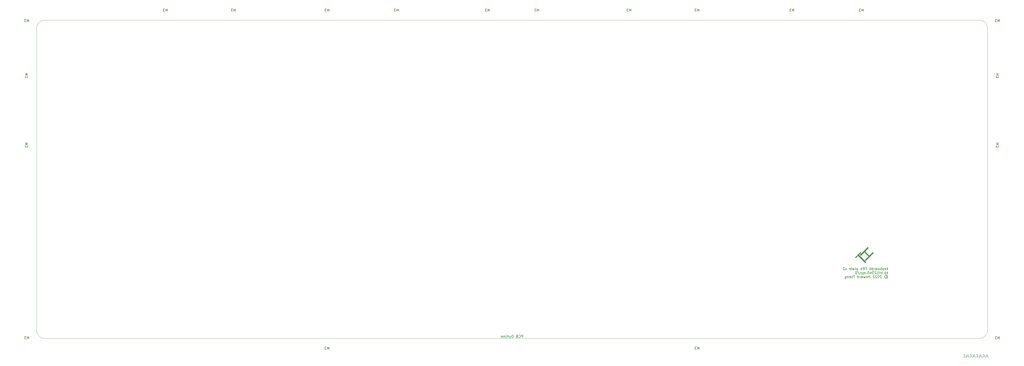
<source format=gbo>
%TF.GenerationSoftware,KiCad,Pcbnew,(6.0.0)*%
%TF.CreationDate,2022-03-06T09:57:41-05:00*%
%TF.ProjectId,custom_keyboard plate v3 - map,63757374-6f6d-45f6-9b65-79626f617264,rev?*%
%TF.SameCoordinates,Original*%
%TF.FileFunction,Legend,Bot*%
%TF.FilePolarity,Positive*%
%FSLAX46Y46*%
G04 Gerber Fmt 4.6, Leading zero omitted, Abs format (unit mm)*
G04 Created by KiCad (PCBNEW (6.0.0)) date 2022-03-06 09:57:41*
%MOMM*%
%LPD*%
G01*
G04 APERTURE LIST*
%ADD10C,0.120000*%
%ADD11C,0.150000*%
%ADD12C,3.200000*%
G04 APERTURE END LIST*
D10*
X397580699Y-207155699D02*
X24541699Y-207155700D01*
X21366899Y-203980900D02*
G75*
G03*
X24541699Y-207155700I3174799J-1D01*
G01*
X400755498Y-83338500D02*
G75*
G03*
X397580698Y-80163700I-3174799J1D01*
G01*
X400755498Y-203980900D02*
X400755498Y-83338500D01*
X397580698Y-80163700D02*
X24541699Y-80163700D01*
X21366899Y-83338500D02*
X21366899Y-203980900D01*
X24541699Y-80163700D02*
G75*
G03*
X21366899Y-83338500I-1J-3174799D01*
G01*
X397580699Y-207155699D02*
G75*
G03*
X400755499Y-203980899I1J3174799D01*
G01*
D11*
X360939104Y-181415381D02*
X360939104Y-180415381D01*
X360843866Y-181034429D02*
X360558152Y-181415381D01*
X360558152Y-180748715D02*
X360939104Y-181129667D01*
X360129580Y-181415381D02*
X360129580Y-180415381D01*
X360129580Y-180796334D02*
X360034342Y-180748715D01*
X359843866Y-180748715D01*
X359748628Y-180796334D01*
X359701009Y-180843953D01*
X359653390Y-180939191D01*
X359653390Y-181224905D01*
X359701009Y-181320143D01*
X359748628Y-181367762D01*
X359843866Y-181415381D01*
X360034342Y-181415381D01*
X360129580Y-181367762D01*
X359224819Y-181320143D02*
X359177200Y-181367762D01*
X359224819Y-181415381D01*
X359272438Y-181367762D01*
X359224819Y-181320143D01*
X359224819Y-181415381D01*
X358748628Y-181415381D02*
X358748628Y-180415381D01*
X358320057Y-181415381D02*
X358320057Y-180891572D01*
X358367676Y-180796334D01*
X358462914Y-180748715D01*
X358605771Y-180748715D01*
X358701009Y-180796334D01*
X358748628Y-180843953D01*
X357986723Y-180748715D02*
X357605771Y-180748715D01*
X357843866Y-180415381D02*
X357843866Y-181272524D01*
X357796247Y-181367762D01*
X357701009Y-181415381D01*
X357605771Y-181415381D01*
X356748628Y-181415381D02*
X357320057Y-181415381D01*
X357034342Y-181415381D02*
X357034342Y-180415381D01*
X357129580Y-180558239D01*
X357224819Y-180653477D01*
X357320057Y-180701096D01*
X356367676Y-180510620D02*
X356320057Y-180463001D01*
X356224819Y-180415381D01*
X355986723Y-180415381D01*
X355891485Y-180463001D01*
X355843866Y-180510620D01*
X355796247Y-180605858D01*
X355796247Y-180701096D01*
X355843866Y-180843953D01*
X356415295Y-181415381D01*
X355796247Y-181415381D01*
X355462914Y-180415381D02*
X354843866Y-180415381D01*
X355177200Y-180796334D01*
X355034342Y-180796334D01*
X354939104Y-180843953D01*
X354891485Y-180891572D01*
X354843866Y-180986810D01*
X354843866Y-181224905D01*
X354891485Y-181320143D01*
X354939104Y-181367762D01*
X355034342Y-181415381D01*
X355320057Y-181415381D01*
X355415295Y-181367762D01*
X355462914Y-181320143D01*
X353986723Y-180748715D02*
X353986723Y-181415381D01*
X354224819Y-180367762D02*
X354462914Y-181082048D01*
X353843866Y-181082048D01*
X352986723Y-180415381D02*
X353462914Y-180415381D01*
X353510533Y-180891572D01*
X353462914Y-180843953D01*
X353367676Y-180796334D01*
X353129580Y-180796334D01*
X353034342Y-180843953D01*
X352986723Y-180891572D01*
X352939104Y-180986810D01*
X352939104Y-181224905D01*
X352986723Y-181320143D01*
X353034342Y-181367762D01*
X353129580Y-181415381D01*
X353367676Y-181415381D01*
X353462914Y-181367762D01*
X353510533Y-181320143D01*
X352510533Y-181320143D02*
X352462914Y-181367762D01*
X352510533Y-181415381D01*
X352558152Y-181367762D01*
X352510533Y-181320143D01*
X352510533Y-181415381D01*
X352129580Y-181415381D02*
X351605771Y-180748715D01*
X352129580Y-180748715D02*
X351605771Y-181415381D01*
X351320057Y-180748715D02*
X351081961Y-181415381D01*
X350843866Y-180748715D02*
X351081961Y-181415381D01*
X351177200Y-181653477D01*
X351224819Y-181701096D01*
X351320057Y-181748715D01*
X350558152Y-180748715D02*
X350034342Y-180748715D01*
X350558152Y-181415381D01*
X350034342Y-181415381D01*
X348939104Y-180367762D02*
X349796247Y-181653477D01*
X348415295Y-180415381D02*
X348320057Y-180415381D01*
X348224819Y-180463001D01*
X348177200Y-180510620D01*
X348129580Y-180605858D01*
X348081961Y-180796334D01*
X348081961Y-181034429D01*
X348129580Y-181224905D01*
X348177200Y-181320143D01*
X348224819Y-181367762D01*
X348320057Y-181415381D01*
X348415295Y-181415381D01*
X348510533Y-181367762D01*
X348558152Y-181320143D01*
X348605771Y-181224905D01*
X348653390Y-181034429D01*
X348653390Y-180796334D01*
X348605771Y-180605858D01*
X348558152Y-180510620D01*
X348510533Y-180463001D01*
X348415295Y-180415381D01*
X360129580Y-182240877D02*
X360224819Y-182193258D01*
X360415295Y-182193258D01*
X360510533Y-182240877D01*
X360605771Y-182336115D01*
X360653390Y-182431353D01*
X360653390Y-182621829D01*
X360605771Y-182717067D01*
X360510533Y-182812305D01*
X360415295Y-182859924D01*
X360224819Y-182859924D01*
X360129580Y-182812305D01*
X360320057Y-181859924D02*
X360558152Y-181907543D01*
X360796247Y-182050401D01*
X360939104Y-182288496D01*
X360986723Y-182526591D01*
X360939104Y-182764686D01*
X360796247Y-183002781D01*
X360558152Y-183145639D01*
X360320057Y-183193258D01*
X360081961Y-183145639D01*
X359843866Y-183002781D01*
X359701009Y-182764686D01*
X359653390Y-182526591D01*
X359701009Y-182288496D01*
X359843866Y-182050401D01*
X360081961Y-181907543D01*
X360320057Y-181859924D01*
X358510533Y-182098020D02*
X358462914Y-182050401D01*
X358367676Y-182002781D01*
X358129580Y-182002781D01*
X358034342Y-182050401D01*
X357986723Y-182098020D01*
X357939104Y-182193258D01*
X357939104Y-182288496D01*
X357986723Y-182431353D01*
X358558152Y-183002781D01*
X357939104Y-183002781D01*
X357320057Y-182002781D02*
X357224819Y-182002781D01*
X357129580Y-182050401D01*
X357081961Y-182098020D01*
X357034342Y-182193258D01*
X356986723Y-182383734D01*
X356986723Y-182621829D01*
X357034342Y-182812305D01*
X357081961Y-182907543D01*
X357129580Y-182955162D01*
X357224819Y-183002781D01*
X357320057Y-183002781D01*
X357415295Y-182955162D01*
X357462914Y-182907543D01*
X357510533Y-182812305D01*
X357558152Y-182621829D01*
X357558152Y-182383734D01*
X357510533Y-182193258D01*
X357462914Y-182098020D01*
X357415295Y-182050401D01*
X357320057Y-182002781D01*
X356605771Y-182098020D02*
X356558152Y-182050401D01*
X356462914Y-182002781D01*
X356224819Y-182002781D01*
X356129580Y-182050401D01*
X356081961Y-182098020D01*
X356034342Y-182193258D01*
X356034342Y-182288496D01*
X356081961Y-182431353D01*
X356653390Y-183002781D01*
X356034342Y-183002781D01*
X355653390Y-182098020D02*
X355605771Y-182050401D01*
X355510533Y-182002781D01*
X355272438Y-182002781D01*
X355177200Y-182050401D01*
X355129580Y-182098020D01*
X355081961Y-182193258D01*
X355081961Y-182288496D01*
X355129580Y-182431353D01*
X355701009Y-183002781D01*
X355081961Y-183002781D01*
X353891485Y-183002781D02*
X353891485Y-182002781D01*
X353891485Y-182478972D02*
X353320057Y-182478972D01*
X353320057Y-183002781D02*
X353320057Y-182002781D01*
X352701009Y-183002781D02*
X352796247Y-182955162D01*
X352843866Y-182907543D01*
X352891485Y-182812305D01*
X352891485Y-182526591D01*
X352843866Y-182431353D01*
X352796247Y-182383734D01*
X352701009Y-182336115D01*
X352558152Y-182336115D01*
X352462914Y-182383734D01*
X352415295Y-182431353D01*
X352367676Y-182526591D01*
X352367676Y-182812305D01*
X352415295Y-182907543D01*
X352462914Y-182955162D01*
X352558152Y-183002781D01*
X352701009Y-183002781D01*
X352034342Y-182336115D02*
X351843866Y-183002781D01*
X351653390Y-182526591D01*
X351462914Y-183002781D01*
X351272438Y-182336115D01*
X350462914Y-183002781D02*
X350462914Y-182478972D01*
X350510533Y-182383734D01*
X350605771Y-182336115D01*
X350796247Y-182336115D01*
X350891485Y-182383734D01*
X350462914Y-182955162D02*
X350558152Y-183002781D01*
X350796247Y-183002781D01*
X350891485Y-182955162D01*
X350939104Y-182859924D01*
X350939104Y-182764686D01*
X350891485Y-182669448D01*
X350796247Y-182621829D01*
X350558152Y-182621829D01*
X350462914Y-182574210D01*
X349986723Y-183002781D02*
X349986723Y-182336115D01*
X349986723Y-182526591D02*
X349939104Y-182431353D01*
X349891485Y-182383734D01*
X349796247Y-182336115D01*
X349701009Y-182336115D01*
X348939104Y-183002781D02*
X348939104Y-182002781D01*
X348939104Y-182955162D02*
X349034342Y-183002781D01*
X349224819Y-183002781D01*
X349320057Y-182955162D01*
X349367676Y-182907543D01*
X349415295Y-182812305D01*
X349415295Y-182526591D01*
X349367676Y-182431353D01*
X349320057Y-182383734D01*
X349224819Y-182336115D01*
X349034342Y-182336115D01*
X348939104Y-182383734D01*
X347843866Y-182002781D02*
X347272438Y-182002781D01*
X347558152Y-183002781D02*
X347558152Y-182002781D01*
X346986723Y-182955162D02*
X346891485Y-183002781D01*
X346701009Y-183002781D01*
X346605771Y-182955162D01*
X346558152Y-182859924D01*
X346558152Y-182812305D01*
X346605771Y-182717067D01*
X346701009Y-182669448D01*
X346843866Y-182669448D01*
X346939104Y-182621829D01*
X346986723Y-182526591D01*
X346986723Y-182478972D01*
X346939104Y-182383734D01*
X346843866Y-182336115D01*
X346701009Y-182336115D01*
X346605771Y-182383734D01*
X345748628Y-182955162D02*
X345843866Y-183002781D01*
X346034342Y-183002781D01*
X346129580Y-182955162D01*
X346177200Y-182859924D01*
X346177200Y-182478972D01*
X346129580Y-182383734D01*
X346034342Y-182336115D01*
X345843866Y-182336115D01*
X345748628Y-182383734D01*
X345701009Y-182478972D01*
X345701009Y-182574210D01*
X346177200Y-182669448D01*
X345272438Y-182336115D02*
X345272438Y-183002781D01*
X345272438Y-182431353D02*
X345224819Y-182383734D01*
X345129580Y-182336115D01*
X344986723Y-182336115D01*
X344891485Y-182383734D01*
X344843866Y-182478972D01*
X344843866Y-183002781D01*
X343939104Y-182336115D02*
X343939104Y-183145639D01*
X343986723Y-183240877D01*
X344034342Y-183288496D01*
X344129580Y-183336115D01*
X344272438Y-183336115D01*
X344367676Y-183288496D01*
X343939104Y-182955162D02*
X344034342Y-183002781D01*
X344224819Y-183002781D01*
X344320057Y-182955162D01*
X344367676Y-182907543D01*
X344415295Y-182812305D01*
X344415295Y-182526591D01*
X344367676Y-182431353D01*
X344320057Y-182383734D01*
X344224819Y-182336115D01*
X344034342Y-182336115D01*
X343939104Y-182383734D01*
X360939104Y-179827981D02*
X360939104Y-178827981D01*
X360843866Y-179447029D02*
X360558152Y-179827981D01*
X360558152Y-179161315D02*
X360939104Y-179542267D01*
X359748628Y-179780362D02*
X359843866Y-179827981D01*
X360034342Y-179827981D01*
X360129580Y-179780362D01*
X360177200Y-179685124D01*
X360177200Y-179304172D01*
X360129580Y-179208934D01*
X360034342Y-179161315D01*
X359843866Y-179161315D01*
X359748628Y-179208934D01*
X359701009Y-179304172D01*
X359701009Y-179399410D01*
X360177200Y-179494648D01*
X359367676Y-179161315D02*
X359129580Y-179827981D01*
X358891485Y-179161315D02*
X359129580Y-179827981D01*
X359224819Y-180066077D01*
X359272438Y-180113696D01*
X359367676Y-180161315D01*
X358510533Y-179827981D02*
X358510533Y-178827981D01*
X358510533Y-179208934D02*
X358415295Y-179161315D01*
X358224819Y-179161315D01*
X358129580Y-179208934D01*
X358081961Y-179256553D01*
X358034342Y-179351791D01*
X358034342Y-179637505D01*
X358081961Y-179732743D01*
X358129580Y-179780362D01*
X358224819Y-179827981D01*
X358415295Y-179827981D01*
X358510533Y-179780362D01*
X357462914Y-179827981D02*
X357558152Y-179780362D01*
X357605771Y-179732743D01*
X357653390Y-179637505D01*
X357653390Y-179351791D01*
X357605771Y-179256553D01*
X357558152Y-179208934D01*
X357462914Y-179161315D01*
X357320057Y-179161315D01*
X357224819Y-179208934D01*
X357177200Y-179256553D01*
X357129580Y-179351791D01*
X357129580Y-179637505D01*
X357177200Y-179732743D01*
X357224819Y-179780362D01*
X357320057Y-179827981D01*
X357462914Y-179827981D01*
X356272438Y-179827981D02*
X356272438Y-179304172D01*
X356320057Y-179208934D01*
X356415295Y-179161315D01*
X356605771Y-179161315D01*
X356701009Y-179208934D01*
X356272438Y-179780362D02*
X356367676Y-179827981D01*
X356605771Y-179827981D01*
X356701009Y-179780362D01*
X356748628Y-179685124D01*
X356748628Y-179589886D01*
X356701009Y-179494648D01*
X356605771Y-179447029D01*
X356367676Y-179447029D01*
X356272438Y-179399410D01*
X355796247Y-179827981D02*
X355796247Y-179161315D01*
X355796247Y-179351791D02*
X355748628Y-179256553D01*
X355701009Y-179208934D01*
X355605771Y-179161315D01*
X355510533Y-179161315D01*
X354748628Y-179827981D02*
X354748628Y-178827981D01*
X354748628Y-179780362D02*
X354843866Y-179827981D01*
X355034342Y-179827981D01*
X355129580Y-179780362D01*
X355177200Y-179732743D01*
X355224819Y-179637505D01*
X355224819Y-179351791D01*
X355177200Y-179256553D01*
X355129580Y-179208934D01*
X355034342Y-179161315D01*
X354843866Y-179161315D01*
X354748628Y-179208934D01*
X354081961Y-178827981D02*
X353986723Y-178827981D01*
X353891485Y-178875601D01*
X353843866Y-178923220D01*
X353796247Y-179018458D01*
X353748628Y-179208934D01*
X353748628Y-179447029D01*
X353796247Y-179637505D01*
X353843866Y-179732743D01*
X353891485Y-179780362D01*
X353986723Y-179827981D01*
X354081961Y-179827981D01*
X354177200Y-179780362D01*
X354224819Y-179732743D01*
X354272438Y-179637505D01*
X354320057Y-179447029D01*
X354320057Y-179208934D01*
X354272438Y-179018458D01*
X354224819Y-178923220D01*
X354177200Y-178875601D01*
X354081961Y-178827981D01*
X352224819Y-179304172D02*
X352558152Y-179304172D01*
X352558152Y-179827981D02*
X352558152Y-178827981D01*
X352081961Y-178827981D01*
X351129580Y-179827981D02*
X351462914Y-179351791D01*
X351701009Y-179827981D02*
X351701009Y-178827981D01*
X351320057Y-178827981D01*
X351224819Y-178875601D01*
X351177200Y-178923220D01*
X351129580Y-179018458D01*
X351129580Y-179161315D01*
X351177200Y-179256553D01*
X351224819Y-179304172D01*
X351320057Y-179351791D01*
X351701009Y-179351791D01*
X350272438Y-179161315D02*
X350272438Y-179827981D01*
X350510533Y-178780362D02*
X350748628Y-179494648D01*
X350129580Y-179494648D01*
X348986723Y-179161315D02*
X348986723Y-180161315D01*
X348986723Y-179208934D02*
X348891485Y-179161315D01*
X348701009Y-179161315D01*
X348605771Y-179208934D01*
X348558152Y-179256553D01*
X348510533Y-179351791D01*
X348510533Y-179637505D01*
X348558152Y-179732743D01*
X348605771Y-179780362D01*
X348701009Y-179827981D01*
X348891485Y-179827981D01*
X348986723Y-179780362D01*
X347939104Y-179827981D02*
X348034342Y-179780362D01*
X348081961Y-179685124D01*
X348081961Y-178827981D01*
X347129580Y-179827981D02*
X347129580Y-179304172D01*
X347177200Y-179208934D01*
X347272438Y-179161315D01*
X347462914Y-179161315D01*
X347558152Y-179208934D01*
X347129580Y-179780362D02*
X347224819Y-179827981D01*
X347462914Y-179827981D01*
X347558152Y-179780362D01*
X347605771Y-179685124D01*
X347605771Y-179589886D01*
X347558152Y-179494648D01*
X347462914Y-179447029D01*
X347224819Y-179447029D01*
X347129580Y-179399410D01*
X346796247Y-179161315D02*
X346415295Y-179161315D01*
X346653390Y-178827981D02*
X346653390Y-179685124D01*
X346605771Y-179780362D01*
X346510533Y-179827981D01*
X346415295Y-179827981D01*
X345701009Y-179780362D02*
X345796247Y-179827981D01*
X345986723Y-179827981D01*
X346081961Y-179780362D01*
X346129580Y-179685124D01*
X346129580Y-179304172D01*
X346081961Y-179208934D01*
X345986723Y-179161315D01*
X345796247Y-179161315D01*
X345701009Y-179208934D01*
X345653390Y-179304172D01*
X345653390Y-179399410D01*
X346129580Y-179494648D01*
X344558152Y-179161315D02*
X344320057Y-179827981D01*
X344081961Y-179161315D01*
X343748628Y-178923220D02*
X343701009Y-178875601D01*
X343605771Y-178827981D01*
X343367676Y-178827981D01*
X343272438Y-178875601D01*
X343224819Y-178923220D01*
X343177200Y-179018458D01*
X343177200Y-179113696D01*
X343224819Y-179256553D01*
X343796247Y-179827981D01*
X343177200Y-179827981D01*
X400743247Y-213616080D02*
X400743247Y-214330366D01*
X400790866Y-214473223D01*
X400886104Y-214568461D01*
X401028961Y-214616080D01*
X401124200Y-214616080D01*
X399790866Y-214616080D02*
X400267057Y-214616080D01*
X400267057Y-213616080D01*
X398886104Y-214520842D02*
X398933723Y-214568461D01*
X399076580Y-214616080D01*
X399171819Y-214616080D01*
X399314676Y-214568461D01*
X399409914Y-214473223D01*
X399457533Y-214377985D01*
X399505152Y-214187509D01*
X399505152Y-214044652D01*
X399457533Y-213854176D01*
X399409914Y-213758938D01*
X399314676Y-213663700D01*
X399171819Y-213616080D01*
X399076580Y-213616080D01*
X398933723Y-213663700D01*
X398886104Y-213711319D01*
X398171819Y-213616080D02*
X398171819Y-214330366D01*
X398219438Y-214473223D01*
X398314676Y-214568461D01*
X398457533Y-214616080D01*
X398552771Y-214616080D01*
X397219438Y-214616080D02*
X397695628Y-214616080D01*
X397695628Y-213616080D01*
X396314676Y-214520842D02*
X396362295Y-214568461D01*
X396505152Y-214616080D01*
X396600390Y-214616080D01*
X396743247Y-214568461D01*
X396838485Y-214473223D01*
X396886104Y-214377985D01*
X396933723Y-214187509D01*
X396933723Y-214044652D01*
X396886104Y-213854176D01*
X396838485Y-213758938D01*
X396743247Y-213663700D01*
X396600390Y-213616080D01*
X396505152Y-213616080D01*
X396362295Y-213663700D01*
X396314676Y-213711319D01*
X395600390Y-213616080D02*
X395600390Y-214330366D01*
X395648009Y-214473223D01*
X395743247Y-214568461D01*
X395886104Y-214616080D01*
X395981342Y-214616080D01*
X394648009Y-214616080D02*
X395124200Y-214616080D01*
X395124200Y-213616080D01*
X393743247Y-214520842D02*
X393790866Y-214568461D01*
X393933723Y-214616080D01*
X394028961Y-214616080D01*
X394171819Y-214568461D01*
X394267057Y-214473223D01*
X394314676Y-214377985D01*
X394362295Y-214187509D01*
X394362295Y-214044652D01*
X394314676Y-213854176D01*
X394267057Y-213758938D01*
X394171819Y-213663700D01*
X394028961Y-213616080D01*
X393933723Y-213616080D01*
X393790866Y-213663700D01*
X393743247Y-213711319D01*
X393028961Y-213616080D02*
X393028961Y-214330366D01*
X393076580Y-214473223D01*
X393171819Y-214568461D01*
X393314676Y-214616080D01*
X393409914Y-214616080D01*
X392076580Y-214616080D02*
X392552771Y-214616080D01*
X392552771Y-213616080D01*
X391171819Y-214520842D02*
X391219438Y-214568461D01*
X391362295Y-214616080D01*
X391457533Y-214616080D01*
X391600390Y-214568461D01*
X391695628Y-214473223D01*
X391743247Y-214377985D01*
X391790866Y-214187509D01*
X391790866Y-214044652D01*
X391743247Y-213854176D01*
X391695628Y-213758938D01*
X391600390Y-213663700D01*
X391457533Y-213616080D01*
X391362295Y-213616080D01*
X391219438Y-213663700D01*
X391171819Y-213711319D01*
X215346913Y-206814380D02*
X215346913Y-205814380D01*
X214965960Y-205814380D01*
X214870722Y-205862000D01*
X214823103Y-205909619D01*
X214775484Y-206004857D01*
X214775484Y-206147714D01*
X214823103Y-206242952D01*
X214870722Y-206290571D01*
X214965960Y-206338190D01*
X215346913Y-206338190D01*
X213775484Y-206719142D02*
X213823103Y-206766761D01*
X213965960Y-206814380D01*
X214061199Y-206814380D01*
X214204056Y-206766761D01*
X214299294Y-206671523D01*
X214346913Y-206576285D01*
X214394532Y-206385809D01*
X214394532Y-206242952D01*
X214346913Y-206052476D01*
X214299294Y-205957238D01*
X214204056Y-205862000D01*
X214061199Y-205814380D01*
X213965960Y-205814380D01*
X213823103Y-205862000D01*
X213775484Y-205909619D01*
X213013579Y-206290571D02*
X212870722Y-206338190D01*
X212823103Y-206385809D01*
X212775484Y-206481047D01*
X212775484Y-206623904D01*
X212823103Y-206719142D01*
X212870722Y-206766761D01*
X212965960Y-206814380D01*
X213346913Y-206814380D01*
X213346913Y-205814380D01*
X213013579Y-205814380D01*
X212918341Y-205862000D01*
X212870722Y-205909619D01*
X212823103Y-206004857D01*
X212823103Y-206100095D01*
X212870722Y-206195333D01*
X212918341Y-206242952D01*
X213013579Y-206290571D01*
X213346913Y-206290571D01*
X211394532Y-205814380D02*
X211204056Y-205814380D01*
X211108818Y-205862000D01*
X211013579Y-205957238D01*
X210965960Y-206147714D01*
X210965960Y-206481047D01*
X211013579Y-206671523D01*
X211108818Y-206766761D01*
X211204056Y-206814380D01*
X211394532Y-206814380D01*
X211489770Y-206766761D01*
X211585008Y-206671523D01*
X211632627Y-206481047D01*
X211632627Y-206147714D01*
X211585008Y-205957238D01*
X211489770Y-205862000D01*
X211394532Y-205814380D01*
X210108818Y-206147714D02*
X210108818Y-206814380D01*
X210537389Y-206147714D02*
X210537389Y-206671523D01*
X210489770Y-206766761D01*
X210394532Y-206814380D01*
X210251675Y-206814380D01*
X210156437Y-206766761D01*
X210108818Y-206719142D01*
X209775484Y-206147714D02*
X209394532Y-206147714D01*
X209632627Y-205814380D02*
X209632627Y-206671523D01*
X209585008Y-206766761D01*
X209489770Y-206814380D01*
X209394532Y-206814380D01*
X208918341Y-206814380D02*
X209013579Y-206766761D01*
X209061199Y-206671523D01*
X209061199Y-205814380D01*
X208537389Y-206814380D02*
X208537389Y-206147714D01*
X208537389Y-205814380D02*
X208585008Y-205862000D01*
X208537389Y-205909619D01*
X208489770Y-205862000D01*
X208537389Y-205814380D01*
X208537389Y-205909619D01*
X208061199Y-206147714D02*
X208061199Y-206814380D01*
X208061199Y-206242952D02*
X208013579Y-206195333D01*
X207918341Y-206147714D01*
X207775484Y-206147714D01*
X207680246Y-206195333D01*
X207632627Y-206290571D01*
X207632627Y-206814380D01*
X206775484Y-206766761D02*
X206870722Y-206814380D01*
X207061199Y-206814380D01*
X207156437Y-206766761D01*
X207204056Y-206671523D01*
X207204056Y-206290571D01*
X207156437Y-206195333D01*
X207061199Y-206147714D01*
X206870722Y-206147714D01*
X206775484Y-206195333D01*
X206727865Y-206290571D01*
X206727865Y-206385809D01*
X207204056Y-206481047D01*
%TO.C,M3*%
X285725603Y-76647580D02*
X285725603Y-75647580D01*
X285392270Y-76361866D01*
X285058937Y-75647580D01*
X285058937Y-76647580D01*
X284677984Y-75647580D02*
X284058937Y-75647580D01*
X284392270Y-76028533D01*
X284249413Y-76028533D01*
X284154175Y-76076152D01*
X284106556Y-76123771D01*
X284058937Y-76219009D01*
X284058937Y-76457104D01*
X284106556Y-76552342D01*
X284154175Y-76599961D01*
X284249413Y-76647580D01*
X284535127Y-76647580D01*
X284630365Y-76599961D01*
X284677984Y-76552342D01*
X165725603Y-76647580D02*
X165725603Y-75647580D01*
X165392270Y-76361866D01*
X165058937Y-75647580D01*
X165058937Y-76647580D01*
X164677984Y-75647580D02*
X164058937Y-75647580D01*
X164392270Y-76028533D01*
X164249413Y-76028533D01*
X164154175Y-76076152D01*
X164106556Y-76123771D01*
X164058937Y-76219009D01*
X164058937Y-76457104D01*
X164106556Y-76552342D01*
X164154175Y-76599961D01*
X164249413Y-76647580D01*
X164535127Y-76647580D01*
X164630365Y-76599961D01*
X164677984Y-76552342D01*
X405239379Y-129177557D02*
X404239379Y-129177557D01*
X404953665Y-129510890D01*
X404239379Y-129844223D01*
X405239379Y-129844223D01*
X404239379Y-130225176D02*
X404239379Y-130844223D01*
X404620332Y-130510890D01*
X404620332Y-130653747D01*
X404667951Y-130748985D01*
X404715570Y-130796604D01*
X404810808Y-130844223D01*
X405048903Y-130844223D01*
X405144141Y-130796604D01*
X405191760Y-130748985D01*
X405239379Y-130653747D01*
X405239379Y-130368033D01*
X405191760Y-130272795D01*
X405144141Y-130225176D01*
X18207922Y-80847580D02*
X18207922Y-79847580D01*
X17874589Y-80561866D01*
X17541256Y-79847580D01*
X17541256Y-80847580D01*
X17160303Y-79847580D02*
X16541256Y-79847580D01*
X16874589Y-80228533D01*
X16731732Y-80228533D01*
X16636494Y-80276152D01*
X16588875Y-80323771D01*
X16541256Y-80419009D01*
X16541256Y-80657104D01*
X16588875Y-80752342D01*
X16636494Y-80799961D01*
X16731732Y-80847580D01*
X17017446Y-80847580D01*
X17112684Y-80799961D01*
X17160303Y-80752342D01*
X258515841Y-76647580D02*
X258515841Y-75647580D01*
X258182508Y-76361866D01*
X257849175Y-75647580D01*
X257849175Y-76647580D01*
X257468222Y-75647580D02*
X256849175Y-75647580D01*
X257182508Y-76028533D01*
X257039651Y-76028533D01*
X256944413Y-76076152D01*
X256896794Y-76123771D01*
X256849175Y-76219009D01*
X256849175Y-76457104D01*
X256896794Y-76552342D01*
X256944413Y-76599961D01*
X257039651Y-76647580D01*
X257325365Y-76647580D01*
X257420603Y-76599961D01*
X257468222Y-76552342D01*
X17850779Y-129177557D02*
X16850779Y-129177557D01*
X17565065Y-129510890D01*
X16850779Y-129844223D01*
X17850779Y-129844223D01*
X16850779Y-130225176D02*
X16850779Y-130844223D01*
X17231732Y-130510890D01*
X17231732Y-130653747D01*
X17279351Y-130748985D01*
X17326970Y-130796604D01*
X17422208Y-130844223D01*
X17660303Y-130844223D01*
X17755541Y-130796604D01*
X17803160Y-130748985D01*
X17850779Y-130653747D01*
X17850779Y-130368033D01*
X17803160Y-130272795D01*
X17755541Y-130225176D01*
X221725603Y-76647580D02*
X221725603Y-75647580D01*
X221392270Y-76361866D01*
X221058937Y-75647580D01*
X221058937Y-76647580D01*
X220677984Y-75647580D02*
X220058937Y-75647580D01*
X220392270Y-76028533D01*
X220249413Y-76028533D01*
X220154175Y-76076152D01*
X220106556Y-76123771D01*
X220058937Y-76219009D01*
X220058937Y-76457104D01*
X220106556Y-76552342D01*
X220154175Y-76599961D01*
X220249413Y-76647580D01*
X220535127Y-76647580D01*
X220630365Y-76599961D01*
X220677984Y-76552342D01*
X138015841Y-211576580D02*
X138015841Y-210576580D01*
X137682508Y-211290866D01*
X137349175Y-210576580D01*
X137349175Y-211576580D01*
X136968222Y-210576580D02*
X136349175Y-210576580D01*
X136682508Y-210957533D01*
X136539651Y-210957533D01*
X136444413Y-211005152D01*
X136396794Y-211052771D01*
X136349175Y-211148009D01*
X136349175Y-211386104D01*
X136396794Y-211481342D01*
X136444413Y-211528961D01*
X136539651Y-211576580D01*
X136825365Y-211576580D01*
X136920603Y-211528961D01*
X136968222Y-211481342D01*
X351225603Y-76647580D02*
X351225603Y-75647580D01*
X350892270Y-76361866D01*
X350558937Y-75647580D01*
X350558937Y-76647580D01*
X350177984Y-75647580D02*
X349558937Y-75647580D01*
X349892270Y-76028533D01*
X349749413Y-76028533D01*
X349654175Y-76076152D01*
X349606556Y-76123771D01*
X349558937Y-76219009D01*
X349558937Y-76457104D01*
X349606556Y-76552342D01*
X349654175Y-76599961D01*
X349749413Y-76647580D01*
X350035127Y-76647580D01*
X350130365Y-76599961D01*
X350177984Y-76552342D01*
X405533522Y-80847580D02*
X405533522Y-79847580D01*
X405200189Y-80561866D01*
X404866856Y-79847580D01*
X404866856Y-80847580D01*
X404485903Y-79847580D02*
X403866856Y-79847580D01*
X404200189Y-80228533D01*
X404057332Y-80228533D01*
X403962094Y-80276152D01*
X403914475Y-80323771D01*
X403866856Y-80419009D01*
X403866856Y-80657104D01*
X403914475Y-80752342D01*
X403962094Y-80799961D01*
X404057332Y-80847580D01*
X404343046Y-80847580D01*
X404438284Y-80799961D01*
X404485903Y-80752342D01*
X202015841Y-76647580D02*
X202015841Y-75647580D01*
X201682508Y-76361866D01*
X201349175Y-75647580D01*
X201349175Y-76647580D01*
X200968222Y-75647580D02*
X200349175Y-75647580D01*
X200682508Y-76028533D01*
X200539651Y-76028533D01*
X200444413Y-76076152D01*
X200396794Y-76123771D01*
X200349175Y-76219009D01*
X200349175Y-76457104D01*
X200396794Y-76552342D01*
X200444413Y-76599961D01*
X200539651Y-76647580D01*
X200825365Y-76647580D01*
X200920603Y-76599961D01*
X200968222Y-76552342D01*
X17850779Y-101460695D02*
X16850779Y-101460695D01*
X17565065Y-101794028D01*
X16850779Y-102127361D01*
X17850779Y-102127361D01*
X16850779Y-102508314D02*
X16850779Y-103127361D01*
X17231732Y-102794028D01*
X17231732Y-102936885D01*
X17279351Y-103032123D01*
X17326970Y-103079742D01*
X17422208Y-103127361D01*
X17660303Y-103127361D01*
X17755541Y-103079742D01*
X17803160Y-103032123D01*
X17850779Y-102936885D01*
X17850779Y-102651171D01*
X17803160Y-102555933D01*
X17755541Y-102508314D01*
X18207922Y-207376580D02*
X18207922Y-206376580D01*
X17874589Y-207090866D01*
X17541256Y-206376580D01*
X17541256Y-207376580D01*
X17160303Y-206376580D02*
X16541256Y-206376580D01*
X16874589Y-206757533D01*
X16731732Y-206757533D01*
X16636494Y-206805152D01*
X16588875Y-206852771D01*
X16541256Y-206948009D01*
X16541256Y-207186104D01*
X16588875Y-207281342D01*
X16636494Y-207328961D01*
X16731732Y-207376580D01*
X17017446Y-207376580D01*
X17112684Y-207328961D01*
X17160303Y-207281342D01*
X405207879Y-101467795D02*
X404207879Y-101467795D01*
X404922165Y-101801128D01*
X404207879Y-102134461D01*
X405207879Y-102134461D01*
X404207879Y-102515414D02*
X404207879Y-103134461D01*
X404588832Y-102801128D01*
X404588832Y-102943985D01*
X404636451Y-103039223D01*
X404684070Y-103086842D01*
X404779308Y-103134461D01*
X405017403Y-103134461D01*
X405112641Y-103086842D01*
X405160260Y-103039223D01*
X405207879Y-102943985D01*
X405207879Y-102658271D01*
X405160260Y-102563033D01*
X405112641Y-102515414D01*
X323515841Y-76647580D02*
X323515841Y-75647580D01*
X323182508Y-76361866D01*
X322849175Y-75647580D01*
X322849175Y-76647580D01*
X322468222Y-75647580D02*
X321849175Y-75647580D01*
X322182508Y-76028533D01*
X322039651Y-76028533D01*
X321944413Y-76076152D01*
X321896794Y-76123771D01*
X321849175Y-76219009D01*
X321849175Y-76457104D01*
X321896794Y-76552342D01*
X321944413Y-76599961D01*
X322039651Y-76647580D01*
X322325365Y-76647580D01*
X322420603Y-76599961D01*
X322468222Y-76552342D01*
X100725603Y-76647580D02*
X100725603Y-75647580D01*
X100392270Y-76361866D01*
X100058937Y-75647580D01*
X100058937Y-76647580D01*
X99677984Y-75647580D02*
X99058937Y-75647580D01*
X99392270Y-76028533D01*
X99249413Y-76028533D01*
X99154175Y-76076152D01*
X99106556Y-76123771D01*
X99058937Y-76219009D01*
X99058937Y-76457104D01*
X99106556Y-76552342D01*
X99154175Y-76599961D01*
X99249413Y-76647580D01*
X99535127Y-76647580D01*
X99630365Y-76599961D01*
X99677984Y-76552342D01*
X405533522Y-207376580D02*
X405533522Y-206376580D01*
X405200189Y-207090866D01*
X404866856Y-206376580D01*
X404866856Y-207376580D01*
X404485903Y-206376580D02*
X403866856Y-206376580D01*
X404200189Y-206757533D01*
X404057332Y-206757533D01*
X403962094Y-206805152D01*
X403914475Y-206852771D01*
X403866856Y-206948009D01*
X403866856Y-207186104D01*
X403914475Y-207281342D01*
X403962094Y-207328961D01*
X404057332Y-207376580D01*
X404343046Y-207376580D01*
X404438284Y-207328961D01*
X404485903Y-207281342D01*
X138015841Y-76647580D02*
X138015841Y-75647580D01*
X137682508Y-76361866D01*
X137349175Y-75647580D01*
X137349175Y-76647580D01*
X136968222Y-75647580D02*
X136349175Y-75647580D01*
X136682508Y-76028533D01*
X136539651Y-76028533D01*
X136444413Y-76076152D01*
X136396794Y-76123771D01*
X136349175Y-76219009D01*
X136349175Y-76457104D01*
X136396794Y-76552342D01*
X136444413Y-76599961D01*
X136539651Y-76647580D01*
X136825365Y-76647580D01*
X136920603Y-76599961D01*
X136968222Y-76552342D01*
X285725603Y-211576580D02*
X285725603Y-210576580D01*
X285392270Y-211290866D01*
X285058937Y-210576580D01*
X285058937Y-211576580D01*
X284677984Y-210576580D02*
X284058937Y-210576580D01*
X284392270Y-210957533D01*
X284249413Y-210957533D01*
X284154175Y-211005152D01*
X284106556Y-211052771D01*
X284058937Y-211148009D01*
X284058937Y-211386104D01*
X284106556Y-211481342D01*
X284154175Y-211528961D01*
X284249413Y-211576580D01*
X284535127Y-211576580D01*
X284630365Y-211528961D01*
X284677984Y-211481342D01*
X73515841Y-76647580D02*
X73515841Y-75647580D01*
X73182508Y-76361866D01*
X72849175Y-75647580D01*
X72849175Y-76647580D01*
X72468222Y-75647580D02*
X71849175Y-75647580D01*
X72182508Y-76028533D01*
X72039651Y-76028533D01*
X71944413Y-76076152D01*
X71896794Y-76123771D01*
X71849175Y-76219009D01*
X71849175Y-76457104D01*
X71896794Y-76552342D01*
X71944413Y-76599961D01*
X72039651Y-76647580D01*
X72325365Y-76647580D01*
X72420603Y-76599961D01*
X72468222Y-76552342D01*
%TO.C,logo*%
G36*
X353411883Y-171060297D02*
G01*
X352043987Y-172430839D01*
X353650008Y-174039505D01*
X355015258Y-172671609D01*
X355428008Y-173076422D01*
X352253008Y-176251422D01*
X351845550Y-175833380D01*
X353311342Y-174367589D01*
X351702675Y-172764214D01*
X350242175Y-174230005D01*
X349821487Y-173819901D01*
X352996487Y-170644901D01*
X353411883Y-171060297D01*
G37*
G36*
X350453842Y-172922964D02*
G01*
X349559550Y-173817255D01*
X352398529Y-176658880D01*
X351988425Y-177071630D01*
X349160029Y-174227359D01*
X348271029Y-175119005D01*
X347940300Y-174790922D01*
X350136342Y-172592234D01*
X350453842Y-172922964D01*
G37*
%TD*%
%LPC*%
D12*
%TO.C,M3*%
X289561199Y-76195200D03*
%TD*%
%TO.C,M3*%
X169561199Y-76195200D03*
%TD*%
%TO.C,M3*%
X404786999Y-134632200D03*
%TD*%
%TO.C,M3*%
X17398399Y-76195200D03*
%TD*%
%TO.C,M3*%
X253061199Y-76195200D03*
%TD*%
%TO.C,M3*%
X17398399Y-134632200D03*
%TD*%
%TO.C,M3*%
X225561199Y-76195200D03*
%TD*%
%TO.C,M3*%
X132561199Y-211124200D03*
%TD*%
%TO.C,M3*%
X355061199Y-76195200D03*
%TD*%
%TO.C,M3*%
X404723999Y-76195200D03*
%TD*%
%TO.C,M3*%
X196561199Y-76195200D03*
%TD*%
%TO.C,M3*%
X17398399Y-97625100D03*
%TD*%
%TO.C,M3*%
X17398399Y-211124200D03*
%TD*%
%TO.C,M3*%
X404755499Y-97632200D03*
%TD*%
%TO.C,M3*%
X318061199Y-76195200D03*
%TD*%
%TO.C,M3*%
X104561199Y-76195200D03*
%TD*%
%TO.C,M3*%
X404723999Y-211124200D03*
%TD*%
%TO.C,M3*%
X132561199Y-76195200D03*
%TD*%
%TO.C,M3*%
X289561199Y-211124200D03*
%TD*%
%TO.C,M3*%
X68061199Y-76195200D03*
%TD*%
M02*

</source>
